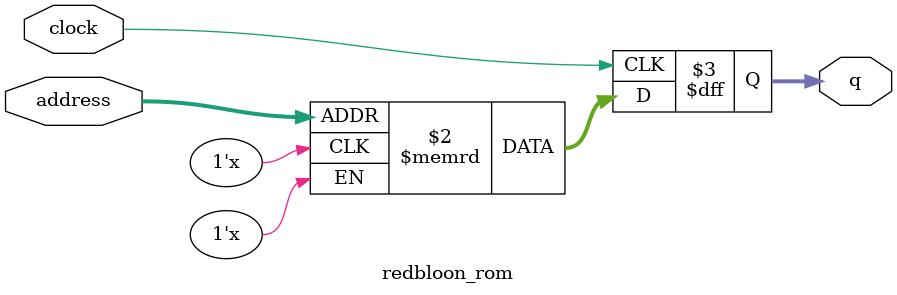
<source format=sv>
module redbloon_rom (
	input logic clock,
	input logic [9:0] address,
	output logic [1:0] q
);

logic [1:0] memory [0:1023] /* synthesis ram_init_file = "./redbloon/redbloon.mif" */;

always_ff @ (posedge clock) begin
	q <= memory[address];
end

endmodule

</source>
